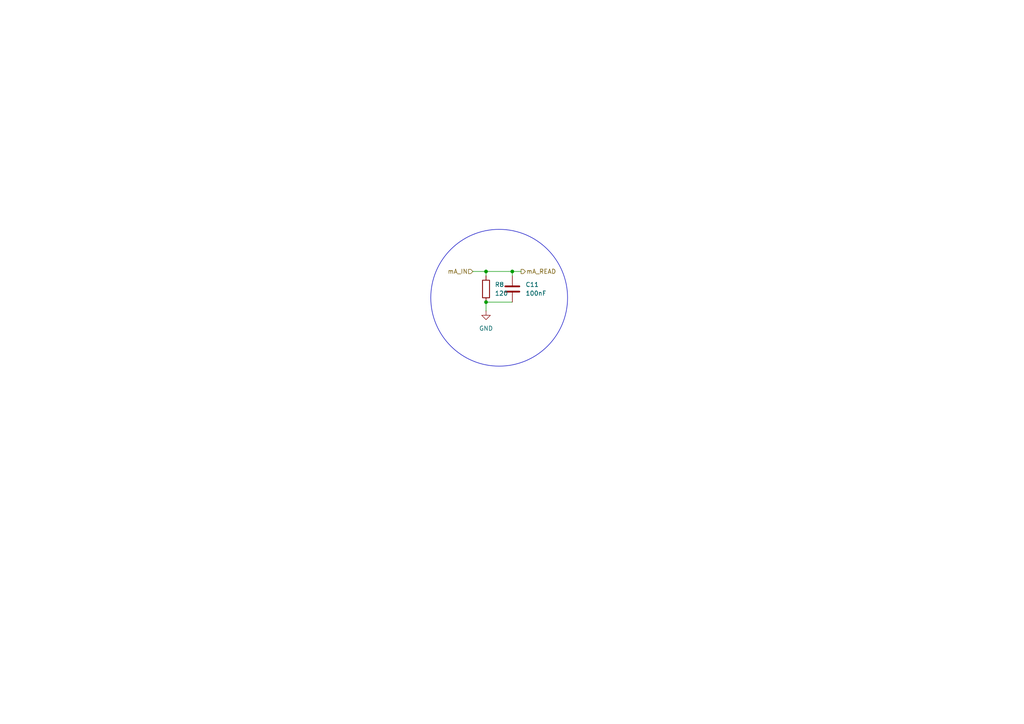
<source format=kicad_sch>
(kicad_sch (version 20250114) (generator "eeschema") (generator_version "9.0")
  (paper "A4")
  (lib_symbols
    (symbol "Device:C" (pin_numbers (hide yes)) (pin_names (offset 0.254))
      (property "Reference" "C" (at 0.635 2.54 0))
      (property "Value" "C" (at 0.635 -2.54 0))
      (symbol "C_0_1"
        (polyline (pts (xy -2.032 0.762) (xy 2.032 0.762)) (stroke (width 0.508)))
        (polyline (pts (xy -2.032 -0.762) (xy 2.032 -0.762)) (stroke (width 0.508)))
      )
      (symbol "C_1_1"
        (pin passive line (at 0 3.81 270) (length 2.794) (name "~") (number "1"))
        (pin passive line (at 0 -3.81 90) (length 2.794) (name "~") (number "2"))
      )
    )
    (symbol "Device:R" (pin_numbers (hide yes)) (pin_names (offset 0))
      (property "Reference" "R" (at 2.032 0 90))
      (property "Value" "R" (at 0 0 90))
      (symbol "R_0_1"
        (rectangle (start -1.016 -2.54) (end 1.016 2.54) (stroke (width 0.254)))
      )
      (symbol "R_1_1"
        (pin passive line (at 0 3.81 270) (length 1.27) (name "~") (number "1"))
        (pin passive line (at 0 -3.81 90) (length 1.27) (name "~") (number "2"))
      )
    )
    (symbol "power:GND" (power) (pin_numbers (hide yes)) (pin_names (offset 0) (hide yes))
      (property "Value" "GND" (at 0 -3.81 0))
      (symbol "GND_0_1"
        (polyline (pts (xy 0 0) (xy 0 -1.27) (xy 1.27 -1.27) (xy 0 -2.54) (xy -1.27 -1.27) (xy 0 -1.27)))
      )
      (symbol "GND_1_1"
        (pin power_in line (at 0 0 270) (length 0) (name "~") (number "1"))
      )
    )
  )
  (circle (center 144.78 86.36) (radius 19.838))
  (junction (at 140.97 87.63))
  (junction (at 140.97 78.74))
  (junction (at 148.59 78.74))
  (wire (pts (xy 140.97 78.74) (xy 140.97 80.01)))
  (wire (pts (xy 148.59 78.74) (xy 151.13 78.74)))
  (wire (pts (xy 137.16 78.74) (xy 140.97 78.74)))
  (wire (pts (xy 140.97 87.63) (xy 148.59 87.63)))
  (wire (pts (xy 148.59 78.74) (xy 148.59 80.01)))
  (wire (pts (xy 140.97 78.74) (xy 148.59 78.74)))
  (wire (pts (xy 140.97 87.63) (xy 140.97 90.17)))
  (hierarchical_label "mA_IN" (shape input) (at 137.16 78.74 180))
  (hierarchical_label "mA_READ" (shape output) (at 151.13 78.74 0))
  (symbol (lib_id "Device:R") (at 140.97 83.82 180) (unit 1)
    (property "Reference" "R8" (at 143.51 82.5499 0) (effects (justify right)))
    (property "Value" "120" (at 143.51 85.0899 0) (effects (justify right)))
    (property "Description" "Resistor" (effects (hide yes)))
    (property "Tolerance" "0.1-1%" (effects (hide yes)))
  )
  (symbol (lib_id "Device:C") (at 148.59 83.82 0) (unit 1)
    (property "Reference" "C11" (at 152.4 82.5499 0) (effects (justify left)))
    (property "Value" "100nF" (at 152.4 85.0899 0) (effects (justify left)))
    (property "Description" "Unpolarized capacitor" (effects (hide yes)))
  )
  (symbol (lib_id "power:GND") (at 140.97 90.17 0) (unit 1)
    (property "Reference" "#PWR029" (effects (hide yes)))
    (property "Value" "GND" (at 140.97 95.25 0))
    (property "Description" "Power symbol creates a global label with name \"GND\" , ground" (effects (hide yes)))
  )
)
</source>
